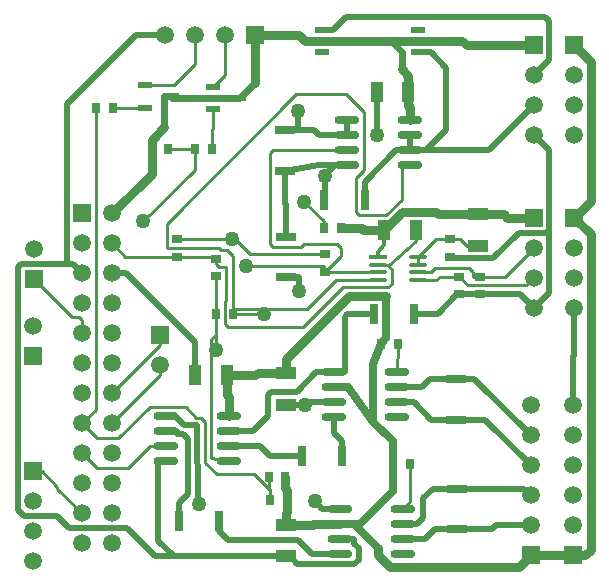
<source format=gtl>
G04 Layer_Physical_Order=1*
G04 Layer_Color=255*
%FSLAX44Y44*%
%MOMM*%
G71*
G01*
G75*
%ADD10R,0.7000X0.9000*%
%ADD11O,2.1000X0.7000*%
%ADD12R,1.7000X0.7500*%
%ADD13R,0.9000X0.7000*%
%ADD14R,1.1000X1.7000*%
%ADD15R,1.1500X0.6000*%
%ADD16R,1.7000X1.1000*%
%ADD17R,0.7500X1.7000*%
%ADD18R,0.8000X0.9000*%
%ADD19O,1.6000X0.3000*%
%ADD20R,1.6000X0.3000*%
%ADD21C,0.2540*%
%ADD22C,0.5080*%
%ADD23C,0.7620*%
%ADD24C,0.7000*%
%ADD25C,0.6000*%
%ADD26C,0.3000*%
%ADD27R,1.5000X1.5000*%
%ADD28C,1.5000*%
%ADD29R,1.5000X1.5000*%
%ADD30C,1.2700*%
D10*
X186570Y228600D02*
D03*
X171570D02*
D03*
X321430Y101600D02*
D03*
X336430D02*
D03*
X84970Y402590D02*
D03*
X69970D02*
D03*
X217290Y71120D02*
D03*
X232290D02*
D03*
X311270Y203200D02*
D03*
X326270D02*
D03*
X168790Y368300D02*
D03*
X153790D02*
D03*
X263010Y300990D02*
D03*
X278010D02*
D03*
D11*
X335910Y354330D02*
D03*
Y367030D02*
D03*
Y379730D02*
D03*
Y392430D02*
D03*
X282910Y354330D02*
D03*
Y367030D02*
D03*
Y379730D02*
D03*
Y392430D02*
D03*
X271950Y179070D02*
D03*
Y166370D02*
D03*
Y153670D02*
D03*
Y140970D02*
D03*
X324950Y179070D02*
D03*
Y166370D02*
D03*
Y153670D02*
D03*
Y140970D02*
D03*
X277030Y63500D02*
D03*
Y50800D02*
D03*
Y38100D02*
D03*
Y25400D02*
D03*
X330030Y63500D02*
D03*
Y50800D02*
D03*
Y38100D02*
D03*
Y25400D02*
D03*
X182710Y104140D02*
D03*
Y116840D02*
D03*
Y129540D02*
D03*
Y142240D02*
D03*
X129710Y104140D02*
D03*
Y116840D02*
D03*
Y129540D02*
D03*
Y142240D02*
D03*
D12*
X230670Y349780D02*
D03*
Y384280D02*
D03*
X375920Y80750D02*
D03*
Y46250D02*
D03*
X374650Y173460D02*
D03*
Y138960D02*
D03*
X231140Y294110D02*
D03*
Y259610D02*
D03*
D13*
X138430Y276980D02*
D03*
Y291980D02*
D03*
X171450Y275470D02*
D03*
Y260470D02*
D03*
X264160Y264280D02*
D03*
Y279280D02*
D03*
X394970Y245230D02*
D03*
Y260230D02*
D03*
X377190Y245230D02*
D03*
Y260230D02*
D03*
X369570Y291980D02*
D03*
Y276980D02*
D03*
D14*
X181140Y176530D02*
D03*
X154140D02*
D03*
X334810Y416560D02*
D03*
X307810D02*
D03*
X314160Y299720D02*
D03*
X341160D02*
D03*
D15*
X320220Y459740D02*
D03*
X342720Y469240D02*
D03*
Y450240D02*
D03*
X284300Y459740D02*
D03*
X261800Y450240D02*
D03*
Y469240D02*
D03*
X191590Y411480D02*
D03*
X169090Y401980D02*
D03*
Y420980D02*
D03*
X134440Y412750D02*
D03*
X111940Y403250D02*
D03*
Y422250D02*
D03*
D16*
X231140Y50330D02*
D03*
Y23330D02*
D03*
Y178600D02*
D03*
Y151600D02*
D03*
X393700Y286220D02*
D03*
Y313220D02*
D03*
D17*
X140230Y53340D02*
D03*
X174730D02*
D03*
X244370Y107950D02*
D03*
X278870D02*
D03*
X339830Y228600D02*
D03*
X305330D02*
D03*
X263420Y325120D02*
D03*
X297920D02*
D03*
D18*
X230520Y90170D02*
D03*
X216520D02*
D03*
X117460Y368300D02*
D03*
X131460D02*
D03*
D19*
X342610Y257360D02*
D03*
Y263860D02*
D03*
Y270360D02*
D03*
Y276860D02*
D03*
X308610Y257360D02*
D03*
Y263860D02*
D03*
Y270360D02*
D03*
D20*
Y276860D02*
D03*
D21*
X341160Y290679D02*
Y299720D01*
X318736Y270360D02*
X341160Y290679D01*
X308610Y270360D02*
X318736D01*
X171570Y210686D02*
Y228600D01*
X167894Y106680D02*
Y207010D01*
X185674Y291980D02*
X188301D01*
X138430D02*
X185674D01*
X389636Y260230D02*
Y264160D01*
X328930Y325267D02*
Y354330D01*
X186570Y233172D02*
X249174D01*
X186570D02*
Y277368D01*
Y228600D02*
Y233172D01*
X263144Y264280D02*
Y269240D01*
X204336Y92964D02*
X216520Y80780D01*
X168220Y275470D02*
Y276980D01*
X167894Y207010D02*
X171570Y210686D01*
X167894Y106680D02*
X182710Y104140D01*
X171570Y198240D02*
Y210686D01*
X336430Y69900D02*
Y101600D01*
X330030Y63500D02*
X336430Y69900D01*
X273362Y257360D02*
X308610D01*
X249174Y233172D02*
X273362Y257360D01*
X328930Y354330D02*
X335910D01*
X315829Y312166D02*
X328930Y325267D01*
X293116Y312166D02*
X315829D01*
X290322Y314960D02*
X293116Y312166D01*
X290322Y314960D02*
Y343621D01*
X297221Y350520D01*
Y399501D01*
X282194Y414528D02*
X297221Y399501D01*
X239776Y414528D02*
X282194D01*
X130048Y304800D02*
X239776Y414528D01*
X130048Y284480D02*
Y304800D01*
Y284480D02*
X174244D01*
X175768Y282956D01*
X180982D01*
X186570Y277368D01*
X263144Y264280D02*
X264160D01*
X197612Y269240D02*
X263144D01*
X111940Y422250D02*
X135890D01*
X153670Y440030D01*
Y464820D01*
X179070Y430960D02*
Y464820D01*
X169090Y420980D02*
X179070Y430960D01*
X172466Y92964D02*
X204336D01*
X162814Y102616D02*
X172466Y92964D01*
X162814Y102616D02*
Y137160D01*
X159258Y140716D02*
X162814Y137160D01*
X154940Y140716D02*
X159258D01*
X146050Y149606D02*
X154940Y140716D01*
X115570Y149606D02*
X146050D01*
X89154Y123190D02*
X115570Y149606D01*
X71120Y123190D02*
X89154D01*
X58420Y135890D02*
X71120Y123190D01*
X263010Y300990D02*
Y306966D01*
X246634Y323342D02*
X263010Y306966D01*
X110236Y307354D02*
X153790Y350908D01*
Y368300D01*
X171450Y270510D02*
Y275470D01*
Y270510D02*
X173990Y267970D01*
X180340D01*
Y240284D02*
Y267970D01*
X179070Y239014D02*
X180340Y240284D01*
X179070Y219710D02*
Y239014D01*
Y219710D02*
X181610Y217170D01*
X245745D01*
X279645Y251070D01*
X317618D01*
X320548Y254000D01*
Y266700D01*
X316888Y270360D02*
X320548Y266700D01*
X116078Y116840D02*
X129710D01*
X97282Y98044D02*
X116078Y116840D01*
X70866Y98044D02*
X97282D01*
X58420Y110490D02*
X70866Y98044D01*
X186570Y228600D02*
X212344D01*
X37592Y80518D02*
X58420Y59690D01*
X37592Y80518D02*
Y81788D01*
X24130Y95250D02*
X37592Y81788D01*
X16510Y95250D02*
X24130D01*
X342610Y276860D02*
X343020D01*
X358140Y291980D01*
X369570D01*
X264160Y264280D02*
X296506D01*
X296926Y263860D01*
X308610D01*
X219710Y367030D02*
X282910D01*
X217170Y364490D02*
X219710Y367030D01*
X217170Y288036D02*
Y364490D01*
Y288036D02*
X219710Y285496D01*
X244094D01*
X246198Y287600D01*
X274502D01*
X277622Y284480D01*
Y277742D02*
Y284480D01*
X264160Y264280D02*
X277622Y277742D01*
X95130Y276980D02*
X138430D01*
X83820Y288290D02*
X95130Y276980D01*
X342610Y263860D02*
X353822D01*
X357678Y267716D01*
X386080D01*
X389636Y264160D01*
Y260230D02*
X394970D01*
X201001Y279280D02*
X264160D01*
X188301Y291980D02*
X201001Y279280D01*
X394970Y260230D02*
X416440D01*
X440690Y284480D01*
X377190Y260230D02*
X377430D01*
X384930Y252730D01*
X434340D01*
X440690Y259080D01*
X58420Y212090D02*
Y223520D01*
X55880Y226060D02*
X58420Y223520D01*
X49530Y226060D02*
X55880D01*
X17780Y257810D02*
X49530Y226060D01*
X83820Y161290D02*
X124460Y201930D01*
Y210820D01*
Y176530D02*
Y185420D01*
X83820Y135890D02*
X124460Y176530D01*
X168220Y275470D02*
X171450D01*
X138430Y276980D02*
X168220D01*
X69970Y147440D02*
Y402590D01*
X58420Y135890D02*
X69970Y147440D01*
X171450Y244468D02*
Y260470D01*
Y244468D02*
X171570Y244348D01*
Y228600D02*
Y244348D01*
X98704Y403250D02*
X111940D01*
X98044Y402590D02*
X98704Y403250D01*
X84970Y402590D02*
X98044D01*
X169090Y385110D02*
Y401980D01*
X168790Y384810D02*
X169090Y385110D01*
X168790Y368300D02*
Y384810D01*
X326270Y191566D02*
Y203200D01*
X324950Y190246D02*
X326270Y191566D01*
X324950Y179070D02*
Y190246D01*
X361264Y260230D02*
X377190D01*
X358394Y257360D02*
X361264Y260230D01*
X342610Y257360D02*
X358394D01*
X384474Y286220D02*
X393700D01*
X378714Y291980D02*
X384474Y286220D01*
X369570Y291980D02*
X378714D01*
X342610Y270360D02*
Y276860D01*
X216520Y80780D02*
Y90170D01*
Y80780D02*
X217290Y80010D01*
Y71120D02*
Y80010D01*
X131460Y368300D02*
X153790D01*
D22*
X264160Y325860D02*
Y345440D01*
Y344700D02*
Y345440D01*
X263420Y325120D02*
X264160Y325860D01*
X263420Y345440D02*
X264160Y344700D01*
X263420Y345440D02*
X272310Y354330D01*
X255270Y69850D02*
X255524D01*
X261874Y63500D01*
X138684Y126746D02*
Y129540D01*
X241808Y248158D02*
Y259610D01*
X280669Y179070D02*
Y226441D01*
X241046Y384280D02*
X254508D01*
X241046D02*
Y400050D01*
X349250Y367030D02*
X402590D01*
X453390Y299720D02*
Y367030D01*
Y246380D02*
Y299720D01*
X289055Y34036D02*
Y38100D01*
X6350Y270510D02*
X45720D01*
X246926Y151600D02*
X250444D01*
X135890Y23330D02*
X231140D01*
X120180D02*
X135890D01*
X122682Y36538D02*
Y104140D01*
X129710Y142240D02*
X137267D01*
X145141Y134366D01*
X155956D01*
X156464Y68834D01*
X157480Y67818D01*
X256794Y179070D02*
X271950D01*
X240284Y162560D02*
X256794Y179070D01*
X218440Y162560D02*
X240284D01*
X215900Y160020D02*
X218440Y162560D01*
X215900Y142240D02*
Y160020D01*
X203200Y129540D02*
X215900Y142240D01*
X182710Y129540D02*
X203200D01*
X399520Y138960D02*
X438150Y100330D01*
X374650Y138960D02*
X399520D01*
X375920Y80750D02*
X432330D01*
X438150Y74930D01*
X230670Y384280D02*
X241046D01*
X324281Y367030D02*
X335910D01*
X297920Y340669D02*
X324281Y367030D01*
X297920Y325120D02*
Y340669D01*
X450850Y297180D02*
X453390Y299720D01*
X427990Y297180D02*
X450850D01*
X406400Y275590D02*
X427990Y297180D01*
X377310Y275590D02*
X406400D01*
X369570Y276980D02*
X377310Y275590D01*
X440690Y233680D02*
X453390Y246380D01*
X440690Y379730D02*
X453390Y367030D01*
X394970Y245230D02*
X429140D01*
X440690Y233680D01*
X474980Y193802D02*
Y233680D01*
X473710Y192532D02*
X474980Y193802D01*
X473710Y151130D02*
Y192532D01*
X272310Y354330D02*
X282910D01*
X259058D02*
X272310D01*
X230670Y349780D02*
X259058Y354330D01*
X50800Y270510D02*
X58420Y262890D01*
X45720Y270510D02*
X50800D01*
X45720D02*
Y406400D01*
X104140Y464820D01*
X128270D01*
X277030Y38100D02*
X289055D01*
Y34036D02*
X292611Y30480D01*
Y20320D02*
Y30480D01*
X289055Y16764D02*
X292611Y20320D01*
X240754Y16764D02*
X289055D01*
X234188Y23330D02*
X240754Y16764D01*
X231140Y23330D02*
X234188D01*
X129710Y129540D02*
X138684D01*
Y126746D02*
X143764D01*
X148082Y122428D01*
Y76178D02*
Y122428D01*
X140230Y68326D02*
X148082Y76178D01*
X140230Y53340D02*
Y68326D01*
X324950Y153670D02*
X339112D01*
X353822Y138960D01*
X374650D01*
X96520Y46990D02*
X120180Y23330D01*
X47752Y46990D02*
X96520D01*
X37592Y57150D02*
X47752Y46990D01*
X8890Y57150D02*
X37592D01*
X3810Y62230D02*
X8890Y57150D01*
X3810Y62230D02*
Y267970D01*
X6350Y270510D01*
X231140Y151600D02*
X246926D01*
X247396Y151130D01*
X83820Y262890D02*
X95720D01*
X154140Y204470D01*
Y176530D02*
Y204470D01*
X307810Y379730D02*
Y416560D01*
X342720Y450240D02*
X353518D01*
X366878Y436880D01*
Y384658D02*
Y436880D01*
X349250Y367030D02*
X366878Y384658D01*
X335910Y367030D02*
X349250D01*
X402590D02*
X440690Y405130D01*
Y430530D02*
X453390Y443230D01*
Y476758D01*
X450088Y480060D02*
X453390Y476758D01*
X282092Y480060D02*
X450088D01*
X271272Y469240D02*
X282092Y480060D01*
X261800Y469240D02*
X271272D01*
X330030Y50800D02*
X342138D01*
X347218Y55880D01*
Y72368D01*
X355600Y80750D01*
X375920D01*
X282829Y228600D02*
X305330D01*
X280669Y226441D02*
X282829Y228600D01*
X271950Y179070D02*
X280669D01*
X231140Y259610D02*
X241808D01*
X261874Y63500D02*
X277030D01*
X122682Y36538D02*
X135890Y23330D01*
X122682Y104140D02*
X129710D01*
X390420Y173460D02*
X438150Y125730D01*
X374650Y173460D02*
X390420D01*
X339830Y228600D02*
X359544D01*
X376174Y245230D01*
X377190D01*
X253492Y25400D02*
X277030D01*
X241300Y37592D02*
X253492Y25400D01*
X181610Y37592D02*
X241300D01*
X174730Y44472D02*
X181610Y37592D01*
X174730Y44472D02*
Y53340D01*
X230670Y322034D02*
Y349780D01*
Y322034D02*
X231140Y321564D01*
Y294110D02*
Y321564D01*
X217932Y107950D02*
X244370D01*
X209042Y116840D02*
X217932Y107950D01*
X182710Y116840D02*
X209042D01*
X271950Y127824D02*
Y140970D01*
Y127824D02*
X278870Y120904D01*
Y107950D02*
Y120904D01*
X353292Y173460D02*
X374650D01*
X346202Y166370D02*
X353292Y173460D01*
X324950Y166370D02*
X346202D01*
X408664Y49530D02*
X438150D01*
X405384Y46250D02*
X408664Y49530D01*
X375920Y46250D02*
X405384D01*
X356892D02*
X375920D01*
X348742Y38100D02*
X356892Y46250D01*
X330030Y38100D02*
X348742D01*
X259058Y379730D02*
X282910D01*
X254508Y384280D02*
X259058Y379730D01*
X282910D02*
Y392430D01*
X335910Y367030D02*
Y379730D01*
X377190Y245230D02*
X394970D01*
X252514Y153670D02*
X271950D01*
X250444Y151600D02*
X252514Y153670D01*
D23*
X473710Y24130D02*
X484632D01*
X438150D02*
X473710D01*
X117460Y347330D02*
Y368300D01*
X83820Y313690D02*
X117460Y347330D01*
X204470Y424360D02*
Y464820D01*
X384302Y455930D02*
X440690D01*
X380492Y459740D02*
X384302Y455930D01*
X320220Y459740D02*
X380492D01*
X231140Y178600D02*
Y190500D01*
X284090Y243450D01*
X315468D01*
X474980Y455930D02*
X488950Y441960D01*
Y323850D02*
Y441960D01*
X474980Y309880D02*
X488950Y323850D01*
X308610Y24892D02*
Y30734D01*
Y24892D02*
X318770Y14732D01*
X428752D01*
X438150Y24130D01*
X334810Y416560D02*
Y430492D01*
X329438Y435864D02*
X334810Y430492D01*
X474980Y309880D02*
X488950Y295910D01*
Y28448D02*
Y295910D01*
X484632Y24130D02*
X488950Y28448D01*
X117460Y368300D02*
Y376032D01*
X128016Y386588D01*
X360096Y313220D02*
X393700D01*
X358356Y314960D02*
X360096Y313220D01*
X329400Y314960D02*
X358356D01*
X314160Y299720D02*
X329400Y314960D01*
X334810Y404960D02*
Y416560D01*
Y404960D02*
X335910Y403860D01*
Y392430D02*
Y403860D01*
X246888Y459740D02*
X284300D01*
X241808Y464820D02*
X246888Y459740D01*
X204470Y464820D02*
X241808D01*
X284300Y459740D02*
X320220D01*
X418630Y309880D02*
X440690D01*
X415290Y313220D02*
X418630Y309880D01*
X393700Y313220D02*
X415290D01*
X254216Y50800D02*
X277030D01*
X253746Y50330D02*
X254216Y50800D01*
X231140Y50330D02*
X253746D01*
X232290Y61094D02*
Y71120D01*
X231140Y59944D02*
X232290Y61094D01*
X231140Y50330D02*
Y59944D01*
X230520Y81526D02*
Y90170D01*
Y81526D02*
X232290Y79756D01*
Y71120D02*
Y79756D01*
X207048Y178600D02*
X231140D01*
X204978Y176530D02*
X207048Y178600D01*
X181140Y176530D02*
X204978D01*
X181140Y160066D02*
Y176530D01*
Y160066D02*
X182710Y158496D01*
Y142240D02*
Y158496D01*
X296672Y299720D02*
X314160D01*
X295402Y300990D02*
X296672Y299720D01*
X278010Y300990D02*
X295402D01*
D24*
X305054Y137280D02*
Y186570D01*
Y137160D02*
Y137280D01*
X288544Y50800D02*
X293624D01*
X271950Y166370D02*
X283210D01*
X305054Y137280D01*
Y137160D02*
X321430Y120784D01*
Y101600D02*
Y120784D01*
X305054Y186570D02*
X311270Y203200D01*
X315468Y208398D02*
Y243450D01*
X311270Y203200D02*
X315468Y208398D01*
X277030Y50800D02*
X288544D01*
X308610Y30734D01*
X321430Y78606D02*
Y101600D01*
X293624Y50800D02*
X321430Y78606D01*
D25*
X134874Y411480D02*
Y412750D01*
X128016Y386588D02*
Y412750D01*
X191590Y411480D02*
X204470Y424360D01*
X329438Y435864D02*
Y450522D01*
X320220Y459740D02*
X329438Y450522D01*
X128016Y412750D02*
X134440D01*
X134874D01*
Y411480D02*
X191590D01*
D26*
X308610Y276860D02*
Y281216D01*
X314160Y286766D01*
Y299720D01*
D27*
X474980Y309880D02*
D03*
X440690D02*
D03*
X474980Y455930D02*
D03*
X440690D02*
D03*
X473710Y24130D02*
D03*
X438150D02*
D03*
X16510Y95250D02*
D03*
Y193040D02*
D03*
X17780Y257810D02*
D03*
X58420Y313690D02*
D03*
X124460Y210820D02*
D03*
D28*
X474980Y284480D02*
D03*
Y259080D02*
D03*
Y233680D02*
D03*
X440690Y284480D02*
D03*
Y259080D02*
D03*
Y233680D02*
D03*
X474980Y430530D02*
D03*
Y405130D02*
D03*
Y379730D02*
D03*
X440690Y430530D02*
D03*
Y405130D02*
D03*
Y379730D02*
D03*
X473710Y151130D02*
D03*
Y125730D02*
D03*
Y100330D02*
D03*
Y74930D02*
D03*
Y49530D02*
D03*
X438150Y151130D02*
D03*
Y125730D02*
D03*
Y100330D02*
D03*
Y74930D02*
D03*
Y49530D02*
D03*
X16510Y69850D02*
D03*
Y44450D02*
D03*
Y19050D02*
D03*
Y218440D02*
D03*
X17780Y283210D02*
D03*
X83820Y34290D02*
D03*
X58420D02*
D03*
X83820Y59690D02*
D03*
X58420D02*
D03*
X83820Y85090D02*
D03*
X58420D02*
D03*
X83820Y110490D02*
D03*
X58420D02*
D03*
X83820Y135890D02*
D03*
X58420D02*
D03*
X83820Y161290D02*
D03*
X58420D02*
D03*
X83820Y186690D02*
D03*
X58420D02*
D03*
X83820Y212090D02*
D03*
X58420D02*
D03*
X83820Y237490D02*
D03*
X58420D02*
D03*
X83820Y262890D02*
D03*
X58420D02*
D03*
X83820Y288290D02*
D03*
X58420D02*
D03*
X83820Y313690D02*
D03*
X179070Y464820D02*
D03*
X153670D02*
D03*
X128270D02*
D03*
X124460Y185420D02*
D03*
D29*
X204470Y464820D02*
D03*
D30*
X264160Y345440D02*
D03*
X255270Y69850D02*
D03*
X171570Y198240D02*
D03*
X185674Y291980D02*
D03*
X157480Y67818D02*
D03*
X197612Y269240D02*
D03*
X241046Y400050D02*
D03*
X246634Y323342D02*
D03*
X110236Y307354D02*
D03*
X247396Y151130D02*
D03*
X307810Y379730D02*
D03*
X212344Y228600D02*
D03*
X241808Y248158D02*
D03*
M02*

</source>
